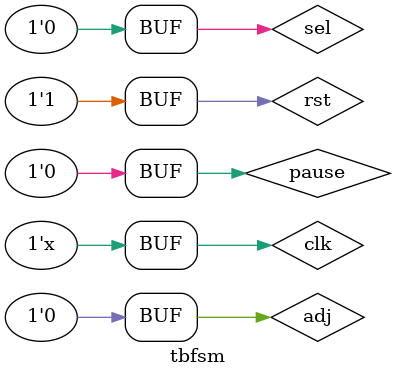
<source format=v>
`timescale 1ns / 1ps


module tbfsm;

	// Inputs
	reg clk;
	reg sel;
	reg rst;
	reg adj;
	reg pause;

	// Outputs
	wire [2:0] state;
	wire clkout500Hz;
	wire clkout;
	wire clkoutadj;

	// Instantiate the Unit Under Test (UUT)
	fsm uut (
		.clk(clk), 
		.sel(sel), 
		.rst(rst), 
		.adj(adj), 
		.pause(pause), 
		.state(state), 
		.clkout500Hz(clkout500Hz), 
		.clkout(clkout), 
		.clkoutadj(clkoutadj)
	);

	initial begin
		// Initialize Inputs
		clk = 0;
		sel = 0;
		rst = 0;
		adj = 0;
		pause = 0;

		// Wait 100 ns for global reset to finish
		#10;
        
		// Add stimulus here
		#1550 rst = 1;
		

	end
	always #5 clk = !clk;
   
//	initial #100000000 $finish;
endmodule


</source>
